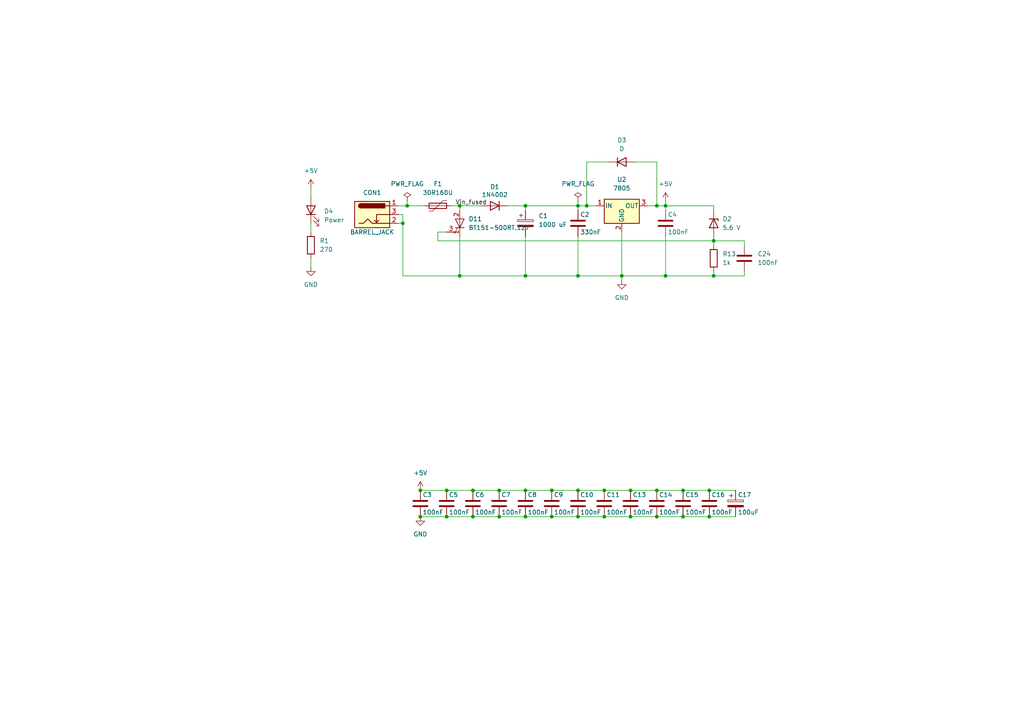
<source format=kicad_sch>
(kicad_sch (version 20230121) (generator eeschema)
  (paper "A4")
  (title_block (title "8088 Homemade Computer") (date "2024-11-16") (rev "1") (company "Copyright (C) 2016, 2024 <ppsilv@gmail.com>"))
  (lib_symbols
    (symbol "+5V_1" (power) (pin_names (offset 0))
      (property "Value" "+5V_1" (at 0 3.556 0))
      (symbol "+5V_1_0_1"
        (polyline (pts (xy -0.762 1.27) (xy 0 2.54)))
        (polyline (pts (xy 0 0) (xy 0 2.54)))
        (polyline (pts (xy 0 2.54) (xy 0.762 1.27)))
      )
      (symbol "+5V_1_1_1"
        (pin power_in line (at 0 0 90) (length 0) hide (name "+5V") (number "1"))
      )
    )
    (symbol "Connector:Barrel_Jack_Switch" (pin_names hide)
      (property "Reference" "J" (at 0 5.334 0))
      (property "Value" "Barrel_Jack_Switch" (at 0 -5.08 0))
      (symbol "Barrel_Jack_Switch_0_1"
        (rectangle (start -5.08 3.81) (end 5.08 -3.81) (stroke (width 0.254)) (fill (type background)))
        (arc (start -3.302 3.175) (mid -3.9342 2.54) (end -3.302 1.905) (stroke (width 0.254)))
        (arc (start -3.302 3.175) (mid -3.9342 2.54) (end -3.302 1.905) (stroke (width 0.254)) (fill (type outline)))
        (polyline (pts (xy 1.27 -2.286) (xy 1.905 -1.651)) (stroke (width 0.254)))
        (polyline (pts (xy 5.08 2.54) (xy 3.81 2.54)) (stroke (width 0.254)))
        (polyline (pts (xy 5.08 0) (xy 1.27 0) (xy 1.27 -2.286) (xy 0.635 -1.651)) (stroke (width 0.254)))
        (polyline (pts (xy -3.81 -2.54) (xy -2.54 -2.54) (xy -1.27 -1.27) (xy 0 -2.54) (xy 2.54 -2.54) (xy 5.08 -2.54)) (stroke (width 0.254)))
        (rectangle (start 3.683 3.175) (end -3.302 1.905) (stroke (width 0.254)) (fill (type outline)))
      )
      (symbol "Barrel_Jack_Switch_1_1"
        (pin passive line (at 7.62 2.54 180) (length 2.54) (name "~") (number "1"))
        (pin passive line (at 7.62 -2.54 180) (length 2.54) (name "~") (number "2"))
        (pin passive line (at 7.62 0 180) (length 2.54) (name "~") (number "3"))
      )
    )
    (symbol "Device:C" (pin_numbers hide) (pin_names (offset 0.254))
      (property "Reference" "C" (at 0.635 2.54 0))
      (property "Value" "C" (at 0.635 -2.54 0))
      (symbol "C_0_1"
        (polyline (pts (xy -2.032 -0.762) (xy 2.032 -0.762)) (stroke (width 0.508)))
        (polyline (pts (xy -2.032 0.762) (xy 2.032 0.762)) (stroke (width 0.508)))
      )
      (symbol "C_1_1"
        (pin passive line (at 0 3.81 270) (length 2.794) (name "~") (number "1"))
        (pin passive line (at 0 -3.81 90) (length 2.794) (name "~") (number "2"))
      )
    )
    (symbol "Device:C_Polarized" (pin_numbers hide) (pin_names (offset 0.254))
      (property "Reference" "C" (at 0.635 2.54 0))
      (property "Value" "C_Polarized" (at 0.635 -2.54 0))
      (symbol "C_Polarized_0_1"
        (rectangle (start -2.286 0.508) (end 2.286 1.016))
        (polyline (pts (xy -1.778 2.286) (xy -0.762 2.286)))
        (polyline (pts (xy -1.27 2.794) (xy -1.27 1.778)))
        (rectangle (start 2.286 -0.508) (end -2.286 -1.016) (fill (type outline)))
      )
      (symbol "C_Polarized_1_1"
        (pin passive line (at 0 3.81 270) (length 2.794) (name "~") (number "1"))
        (pin passive line (at 0 -3.81 90) (length 2.794) (name "~") (number "2"))
      )
    )
    (symbol "Device:D" (pin_numbers hide) (pin_names (offset 1.016) hide)
      (property "Reference" "D" (at 0 2.54 0))
      (property "Value" "D" (at 0 -2.54 0))
      (symbol "D_0_1"
        (polyline (pts (xy -1.27 1.27) (xy -1.27 -1.27)) (stroke (width 0.254)))
        (polyline (pts (xy 1.27 0) (xy -1.27 0)))
        (polyline (pts (xy 1.27 1.27) (xy 1.27 -1.27) (xy -1.27 0) (xy 1.27 1.27)) (stroke (width 0.254)))
      )
      (symbol "D_1_1"
        (pin passive line (at -3.81 0 0) (length 2.54) (name "K") (number "1"))
        (pin passive line (at 3.81 0 180) (length 2.54) (name "A") (number "2"))
      )
    )
    (symbol "Device:D_Zener" (pin_numbers hide) (pin_names (offset 1.016) hide)
      (property "Reference" "D" (at 0 2.54 0))
      (property "Value" "D_Zener" (at 0 -2.54 0))
      (symbol "D_Zener_0_1"
        (polyline (pts (xy 1.27 0) (xy -1.27 0)))
        (polyline (pts (xy -1.27 -1.27) (xy -1.27 1.27) (xy -0.762 1.27)) (stroke (width 0.254)))
        (polyline (pts (xy 1.27 -1.27) (xy 1.27 1.27) (xy -1.27 0) (xy 1.27 -1.27)) (stroke (width 0.254)))
      )
      (symbol "D_Zener_1_1"
        (pin passive line (at -3.81 0 0) (length 2.54) (name "K") (number "1"))
        (pin passive line (at 3.81 0 180) (length 2.54) (name "A") (number "2"))
      )
    )
    (symbol "Device:LED" (pin_numbers hide) (pin_names (offset 1.016) hide)
      (property "Reference" "D" (at 0 2.54 0))
      (property "Value" "LED" (at 0 -2.54 0))
      (symbol "LED_0_1"
        (polyline (pts (xy -1.27 -1.27) (xy -1.27 1.27)) (stroke (width 0.254)))
        (polyline (pts (xy -1.27 0) (xy 1.27 0)))
        (polyline (pts (xy 1.27 -1.27) (xy 1.27 1.27) (xy -1.27 0) (xy 1.27 -1.27)) (stroke (width 0.254)))
        (polyline (pts (xy -3.048 -0.762) (xy -4.572 -2.286) (xy -3.81 -2.286) (xy -4.572 -2.286) (xy -4.572 -1.524)))
        (polyline (pts (xy -1.778 -0.762) (xy -3.302 -2.286) (xy -2.54 -2.286) (xy -3.302 -2.286) (xy -3.302 -1.524)))
      )
      (symbol "LED_1_1"
        (pin passive line (at -3.81 0 0) (length 2.54) (name "K") (number "1"))
        (pin passive line (at 3.81 0 180) (length 2.54) (name "A") (number "2"))
      )
    )
    (symbol "Device:Polyfuse" (pin_numbers hide) (pin_names (offset 0))
      (property "Reference" "F" (at -2.54 0 90))
      (property "Value" "Polyfuse" (at 2.54 0 90))
      (symbol "Polyfuse_0_1"
        (rectangle (start -0.762 2.54) (end 0.762 -2.54) (stroke (width 0.254)))
        (polyline (pts (xy 0 2.54) (xy 0 -2.54)))
        (polyline (pts (xy -1.524 2.54) (xy -1.524 1.524) (xy 1.524 -1.524) (xy 1.524 -2.54)))
      )
      (symbol "Polyfuse_1_1"
        (pin passive line (at 0 3.81 270) (length 1.27) (name "~") (number "1"))
        (pin passive line (at 0 -3.81 90) (length 1.27) (name "~") (number "2"))
      )
    )
    (symbol "Device:Q_SCR_KAG" (pin_names (offset 0) hide)
      (property "Reference" "D" (at 1.905 0.635 0))
      (property "Value" "Q_SCR_KAG" (at 1.905 -1.27 0))
      (symbol "Q_SCR_KAG_0_1"
        (polyline (pts (xy -1.27 -2.54) (xy -0.635 -1.27)))
        (polyline (pts (xy -1.27 -1.27) (xy 1.27 -1.27)) (stroke (width 0.2032)))
        (polyline (pts (xy 0 -2.54) (xy 0 2.54)))
        (polyline (pts (xy -1.27 1.27) (xy 1.27 1.27) (xy 0 -1.27) (xy -1.27 1.27)) (stroke (width 0.2032)))
      )
      (symbol "Q_SCR_KAG_1_1"
        (pin passive line (at 0 -3.81 90) (length 2.54) (name "K") (number "1"))
        (pin passive line (at 0 3.81 270) (length 2.54) (name "A") (number "2"))
        (pin input line (at -3.81 -2.54 0) (length 2.54) (name "G") (number "3"))
      )
    )
    (symbol "Device:R" (pin_numbers hide) (pin_names (offset 0))
      (property "Reference" "R" (at 2.032 0 90))
      (property "Value" "R" (at 0 0 90))
      (symbol "R_0_1"
        (rectangle (start -1.016 -2.54) (end 1.016 2.54) (stroke (width 0.254)))
      )
      (symbol "R_1_1"
        (pin passive line (at 0 3.81 270) (length 1.27) (name "~") (number "1"))
        (pin passive line (at 0 -3.81 90) (length 1.27) (name "~") (number "2"))
      )
    )
    (symbol "Diode:1N4002" (pin_numbers hide) (pin_names hide)
      (property "Reference" "D" (at 0 2.54 0))
      (property "Value" "1N4002" (at 0 -2.54 0))
      (symbol "1N4002_0_1"
        (polyline (pts (xy -1.27 1.27) (xy -1.27 -1.27)) (stroke (width 0.254)))
        (polyline (pts (xy 1.27 0) (xy -1.27 0)))
        (polyline (pts (xy 1.27 1.27) (xy 1.27 -1.27) (xy -1.27 0) (xy 1.27 1.27)) (stroke (width 0.254)))
      )
      (symbol "1N4002_1_1"
        (pin passive line (at -3.81 0 0) (length 2.54) (name "K") (number "1"))
        (pin passive line (at 3.81 0 180) (length 2.54) (name "A") (number "2"))
      )
    )
    (symbol "GND_1" (power) (pin_names (offset 0))
      (property "Value" "GND_1" (at 0 -3.81 0))
      (symbol "GND_1_0_1"
        (polyline (pts (xy 0 0) (xy 0 -1.27) (xy 1.27 -1.27) (xy 0 -2.54) (xy -1.27 -1.27) (xy 0 -1.27)))
      )
      (symbol "GND_1_1_1"
        (pin power_in line (at 0 0 270) (length 0) hide (name "GND") (number "1"))
      )
    )
    (symbol "Regulator_Linear:L7805" (pin_names (offset 0.254))
      (property "Reference" "U" (at -3.81 3.175 0))
      (property "Value" "L7805" (at 0 3.175 0))
      (symbol "L7805_0_1"
        (rectangle (start -5.08 1.905) (end 5.08 -5.08) (stroke (width 0.254)) (fill (type background)))
      )
      (symbol "L7805_1_1"
        (pin power_in line (at -7.62 0 0) (length 2.54) (name "IN") (number "1"))
        (pin power_in line (at 0 -7.62 90) (length 2.54) (name "GND") (number "2"))
        (pin power_out line (at 7.62 0 180) (length 2.54) (name "OUT") (number "3"))
      )
    )
    (symbol "power:+5V" (power) (pin_names (offset 0))
      (property "Value" "+5V" (at 0 3.556 0))
      (symbol "+5V_0_1"
        (polyline (pts (xy -0.762 1.27) (xy 0 2.54)))
        (polyline (pts (xy 0 0) (xy 0 2.54)))
        (polyline (pts (xy 0 2.54) (xy 0.762 1.27)))
      )
      (symbol "+5V_1_1"
        (pin power_in line (at 0 0 90) (length 0) hide (name "+5V") (number "1"))
      )
    )
    (symbol "power:GND" (power) (pin_names (offset 0))
      (property "Value" "GND" (at 0 -3.81 0))
      (symbol "GND_0_1"
        (polyline (pts (xy 0 0) (xy 0 -1.27) (xy 1.27 -1.27) (xy 0 -2.54) (xy -1.27 -1.27) (xy 0 -1.27)))
      )
      (symbol "GND_1_1"
        (pin power_in line (at 0 0 270) (length 0) hide (name "GND") (number "1"))
      )
    )
    (symbol "power:PWR_FLAG" (power) (pin_numbers hide) (pin_names (offset 0) hide)
      (property "Value" "PWR_FLAG" (at 0 3.81 0))
      (symbol "PWR_FLAG_0_0"
        (pin power_out line (at 0 0 90) (length 0) (name "pwr") (number "1"))
      )
      (symbol "PWR_FLAG_0_1"
        (polyline (pts (xy 0 0) (xy 0 1.27) (xy -1.016 1.905) (xy 0 2.54) (xy 1.016 1.905) (xy 0 1.27)))
      )
    )
  )
  (junction (at 133.35 80.01))
  (junction (at 152.4 142.24))
  (junction (at 167.64 80.01))
  (junction (at 207.01 80.01))
  (junction (at 190.5 59.69))
  (junction (at 190.5 142.24))
  (junction (at 167.64 149.86))
  (junction (at 129.54 149.86))
  (junction (at 205.74 149.86))
  (junction (at 198.12 142.24))
  (junction (at 144.78 149.86))
  (junction (at 121.92 142.24))
  (junction (at 152.4 80.01))
  (junction (at 121.92 149.86))
  (junction (at 180.34 80.01))
  (junction (at 137.16 142.24))
  (junction (at 129.54 142.24))
  (junction (at 193.04 59.69))
  (junction (at 137.16 149.86))
  (junction (at 182.88 142.24))
  (junction (at 190.5 149.86))
  (junction (at 167.64 59.69))
  (junction (at 193.04 80.01))
  (junction (at 160.02 142.24))
  (junction (at 167.64 142.24))
  (junction (at 144.78 142.24))
  (junction (at 205.74 142.24))
  (junction (at 198.12 149.86))
  (junction (at 175.26 149.86))
  (junction (at 118.11 59.69))
  (junction (at 152.4 59.69))
  (junction (at 170.18 59.69))
  (junction (at 152.4 149.86))
  (junction (at 175.26 142.24))
  (junction (at 116.84 64.77))
  (junction (at 160.02 149.86))
  (junction (at 133.35 59.69))
  (junction (at 207.01 69.85))
  (junction (at 182.88 149.86))
  (wire (pts (xy 133.35 59.69) (xy 139.7 59.69)))
  (wire (pts (xy 133.35 80.01) (xy 152.4 80.01)))
  (wire (pts (xy 180.34 80.01) (xy 193.04 80.01)))
  (wire (pts (xy 129.54 142.24) (xy 137.16 142.24)))
  (wire (pts (xy 144.78 149.86) (xy 152.4 149.86)))
  (wire (pts (xy 116.84 62.23) (xy 116.84 64.77)))
  (wire (pts (xy 116.84 80.01) (xy 133.35 80.01)))
  (wire (pts (xy 193.04 59.69) (xy 193.04 58.42)))
  (wire (pts (xy 205.74 142.24) (xy 213.36 142.24)))
  (wire (pts (xy 167.64 149.86) (xy 175.26 149.86)))
  (wire (pts (xy 116.84 64.77) (xy 116.84 80.01)))
  (wire (pts (xy 127 67.31) (xy 129.54 67.31)))
  (wire (pts (xy 198.12 149.86) (xy 205.74 149.86)))
  (wire (pts (xy 118.11 59.69) (xy 115.57 59.69)))
  (wire (pts (xy 152.4 149.86) (xy 160.02 149.86)))
  (wire (pts (xy 167.64 80.01) (xy 167.64 68.58)))
  (wire (pts (xy 167.64 58.42) (xy 167.64 59.69)))
  (wire (pts (xy 90.17 64.77) (xy 90.17 67.31)))
  (wire (pts (xy 175.26 149.86) (xy 182.88 149.86)))
  (wire (pts (xy 160.02 142.24) (xy 167.64 142.24)))
  (wire (pts (xy 90.17 54.61) (xy 90.17 57.15)))
  (wire (pts (xy 182.88 142.24) (xy 190.5 142.24)))
  (wire (pts (xy 144.78 142.24) (xy 152.4 142.24)))
  (wire (pts (xy 205.74 149.86) (xy 213.36 149.86)))
  (wire (pts (xy 170.18 59.69) (xy 172.72 59.69)))
  (wire (pts (xy 190.5 59.69) (xy 193.04 59.69)))
  (wire (pts (xy 207.01 60.96) (xy 207.01 59.69)))
  (wire (pts (xy 137.16 149.86) (xy 144.78 149.86)))
  (wire (pts (xy 118.11 59.69) (xy 123.19 59.69)))
  (wire (pts (xy 133.35 60.96) (xy 133.35 59.69)))
  (wire (pts (xy 215.9 69.85) (xy 207.01 69.85)))
  (wire (pts (xy 160.02 149.86) (xy 167.64 149.86)))
  (wire (pts (xy 130.81 59.69) (xy 133.35 59.69)))
  (wire (pts (xy 187.96 59.69) (xy 190.5 59.69)))
  (wire (pts (xy 133.35 68.58) (xy 133.35 80.01)))
  (wire (pts (xy 152.4 59.69) (xy 152.4 60.96)))
  (wire (pts (xy 182.88 149.86) (xy 190.5 149.86)))
  (wire (pts (xy 176.53 46.99) (xy 170.18 46.99)))
  (wire (pts (xy 180.34 80.01) (xy 180.34 67.31)))
  (wire (pts (xy 180.34 80.01) (xy 180.34 81.28)))
  (wire (pts (xy 167.64 60.96) (xy 167.64 59.69)))
  (wire (pts (xy 90.17 74.93) (xy 90.17 77.47)))
  (wire (pts (xy 167.64 59.69) (xy 170.18 59.69)))
  (wire (pts (xy 215.9 80.01) (xy 207.01 80.01)))
  (wire (pts (xy 190.5 149.86) (xy 198.12 149.86)))
  (wire (pts (xy 215.9 78.74) (xy 215.9 80.01)))
  (wire (pts (xy 207.01 80.01) (xy 207.01 78.74)))
  (wire (pts (xy 118.11 59.69) (xy 118.11 58.42)))
  (wire (pts (xy 193.04 60.96) (xy 193.04 59.69)))
  (wire (pts (xy 121.92 149.86) (xy 129.54 149.86)))
  (wire (pts (xy 152.4 80.01) (xy 167.64 80.01)))
  (wire (pts (xy 129.54 149.86) (xy 137.16 149.86)))
  (wire (pts (xy 190.5 46.99) (xy 184.15 46.99)))
  (wire (pts (xy 175.26 142.24) (xy 182.88 142.24)))
  (wire (pts (xy 137.16 142.24) (xy 144.78 142.24)))
  (wire (pts (xy 152.4 59.69) (xy 167.64 59.69)))
  (wire (pts (xy 215.9 71.12) (xy 215.9 69.85)))
  (wire (pts (xy 193.04 80.01) (xy 193.04 68.58)))
  (wire (pts (xy 167.64 142.24) (xy 175.26 142.24)))
  (wire (pts (xy 127 69.85) (xy 127 67.31)))
  (wire (pts (xy 190.5 142.24) (xy 198.12 142.24)))
  (wire (pts (xy 127 69.85) (xy 207.01 69.85)))
  (wire (pts (xy 207.01 80.01) (xy 193.04 80.01)))
  (wire (pts (xy 152.4 142.24) (xy 160.02 142.24)))
  (wire (pts (xy 121.92 142.24) (xy 129.54 142.24)))
  (wire (pts (xy 116.84 64.77) (xy 115.57 64.77)))
  (wire (pts (xy 147.32 59.69) (xy 152.4 59.69)))
  (wire (pts (xy 115.57 62.23) (xy 116.84 62.23)))
  (wire (pts (xy 207.01 68.58) (xy 207.01 69.85)))
  (wire (pts (xy 152.4 68.58) (xy 152.4 80.01)))
  (wire (pts (xy 170.18 46.99) (xy 170.18 59.69)))
  (wire (pts (xy 207.01 59.69) (xy 193.04 59.69)))
  (wire (pts (xy 207.01 69.85) (xy 207.01 71.12)))
  (wire (pts (xy 198.12 142.24) (xy 205.74 142.24)))
  (wire (pts (xy 167.64 80.01) (xy 180.34 80.01)))
  (wire (pts (xy 190.5 59.69) (xy 190.5 46.99)))
  (label "Vin_fused" (at 132.08 59.69 0))
  (symbol (lib_id "Device:D_Zener") (at 207.01 64.77 270) (unit 1)
    (property "Reference" "D2" (at 209.55 63.4999 90) (effects (justify left)))
    (property "Value" "5.6 V" (at 209.55 66.0399 90) (effects (justify left)))
    (property "Footprint" "Diode_THT:D_DO-41_SOD81_P10.16mm_Horizontal" (effects hide))
  )
  (symbol (lib_id "Device:C") (at 182.88 146.05 0) (unit 1)
    (property "Reference" "C13" (at 183.515 143.51 0) (effects (justify left)))
    (property "Value" "100nF" (at 183.515 148.59 0) (effects (justify left)))
    (property "Footprint" "Capacitor_THT:C_Disc_D6.0mm_W2.5mm_P5.00mm" (effects hide))
  )
  (symbol (lib_id "Device:C") (at 152.4 146.05 0) (unit 1)
    (property "Reference" "C8" (at 153.035 143.51 0) (effects (justify left)))
    (property "Value" "100nF" (at 153.035 148.59 0) (effects (justify left)))
    (property "Footprint" "Capacitor_THT:C_Disc_D6.0mm_W2.5mm_P5.00mm" (effects hide))
  )
  (symbol (lib_id "power:+5V") (at 121.92 142.24 0) (unit 1)
    (property "Reference" "#PWR05" (effects hide))
    (property "Value" "+5V" (at 121.92 137.16 0))
  )
  (symbol (lib_id "Device:LED") (at 90.17 60.96 90) (unit 1)
    (property "Reference" "D4" (at 93.98 61.2774 90) (effects (justify right)))
    (property "Value" "Power" (at 93.98 63.8174 90) (effects (justify right)))
    (property "Footprint" "LED_THT:LED_D5.0mm" (effects hide))
  )
  (symbol (lib_id "Device:C") (at 198.12 146.05 0) (unit 1)
    (property "Reference" "C15" (at 198.755 143.51 0) (effects (justify left)))
    (property "Value" "100nF" (at 198.755 148.59 0) (effects (justify left)))
    (property "Footprint" "Capacitor_THT:C_Disc_D6.0mm_W2.5mm_P5.00mm" (effects hide))
  )
  (symbol (lib_id "Device:R") (at 207.01 74.93 0) (unit 1)
    (property "Reference" "R13" (at 209.55 73.6599 0) (effects (justify left)))
    (property "Value" "1k" (at 209.55 76.1999 0) (effects (justify left)))
    (property "Footprint" "Resistor_THT:R_Axial_DIN0207_L6.3mm_D2.5mm_P10.16mm_Horizontal" (effects hide))
  )
  (symbol (lib_id "Device:C") (at 121.92 146.05 0) (unit 1)
    (property "Reference" "C3" (at 122.555 143.51 0) (effects (justify left)))
    (property "Value" "100nF" (at 122.555 148.59 0) (effects (justify left)))
    (property "Footprint" "Capacitor_THT:C_Disc_D6.0mm_W2.5mm_P5.00mm" (effects hide))
  )
  (symbol (lib_id "Device:C") (at 167.64 146.05 0) (unit 1)
    (property "Reference" "C10" (at 168.275 143.51 0) (effects (justify left)))
    (property "Value" "100nF" (at 168.275 148.59 0) (effects (justify left)))
    (property "Footprint" "Capacitor_THT:C_Disc_D6.0mm_W2.5mm_P5.00mm" (effects hide))
  )
  (symbol (lib_id "Device:C") (at 190.5 146.05 0) (unit 1)
    (property "Reference" "C14" (at 191.135 143.51 0) (effects (justify left)))
    (property "Value" "100nF" (at 191.135 148.59 0) (effects (justify left)))
    (property "Footprint" "Capacitor_THT:C_Disc_D6.0mm_W2.5mm_P5.00mm" (effects hide))
  )
  (symbol (lib_id "Device:C") (at 175.26 146.05 0) (unit 1)
    (property "Reference" "C11" (at 175.895 143.51 0) (effects (justify left)))
    (property "Value" "100nF" (at 175.895 148.59 0) (effects (justify left)))
    (property "Footprint" "Capacitor_THT:C_Disc_D6.0mm_W2.5mm_P5.00mm" (effects hide))
  )
  (symbol (lib_id "power:+5V") (at 193.04 58.42 0) (unit 1)
    (property "Reference" "#PWR07" (effects hide))
    (property "Value" "+5V" (at 193.04 53.34 0))
  )
  (symbol (lib_id "Device:C") (at 215.9 74.93 0) (unit 1)
    (property "Reference" "C24" (at 219.71 73.6599 0) (effects (justify left)))
    (property "Value" "100nF" (at 219.71 76.1999 0) (effects (justify left)))
    (property "Footprint" "Capacitor_THT:C_Disc_D6.0mm_W2.5mm_P5.00mm" (effects hide))
  )
  (symbol (lib_id "Device:C") (at 129.54 146.05 0) (unit 1)
    (property "Reference" "C5" (at 130.175 143.51 0) (effects (justify left)))
    (property "Value" "100nF" (at 130.175 148.59 0) (effects (justify left)))
    (property "Footprint" "Capacitor_THT:C_Disc_D6.0mm_W2.5mm_P5.00mm" (effects hide))
  )
  (symbol (lib_id "power:PWR_FLAG") (at 167.64 58.42 0) (unit 1)
    (property "Reference" "#FLG02" (effects hide))
    (property "Value" "PWR_FLAG" (at 167.64 53.34 0))
  )
  (symbol (lib_id "Device:C") (at 193.04 64.77 0) (unit 1)
    (property "Reference" "C4" (at 193.675 62.23 0) (effects (justify left)))
    (property "Value" "100nF" (at 193.675 67.31 0) (effects (justify left)))
    (property "Footprint" "Capacitor_THT:C_Disc_D6.0mm_W2.5mm_P5.00mm" (effects hide))
  )
  (symbol (lib_id "power:GND") (at 180.34 81.28 0) (unit 1)
    (property "Reference" "#PWR04" (effects hide))
    (property "Value" "GND" (at 180.34 86.36 0))
  )
  (symbol (lib_id "power:PWR_FLAG") (at 118.11 58.42 0) (unit 1)
    (property "Reference" "#FLG01" (effects hide))
    (property "Value" "PWR_FLAG" (at 118.11 53.34 0))
  )
  (symbol (lib_id "Device:C_Polarized") (at 152.4 64.77 0) (unit 1)
    (property "Reference" "C1" (at 156.21 62.6109 0) (effects (justify left)))
    (property "Value" "1000 uF" (at 156.21 65.1509 0) (effects (justify left)))
    (property "Footprint" "Capacitor_THT:CP_Radial_D13.0mm_P5.00mm" (effects hide))
  )
  (symbol (lib_id "Connector:Barrel_Jack_Switch") (at 107.95 62.23 0) (unit 1)
    (property "Reference" "CON1" (at 107.95 55.88 0))
    (property "Value" "BARREL_JACK" (at 107.95 67.31 0))
    (property "Footprint" "Connector_BarrelJack:BarrelJack_Horizontal" (effects hide))
  )
  (symbol (lib_id "Regulator_Linear:L7805") (at 180.34 59.69 0) (unit 1)
    (property "Reference" "U2" (at 180.34 52.07 0))
    (property "Value" "7805" (at 180.34 54.61 0))
    (property "Footprint" "Package_TO_SOT_THT:TO-220-3_Vertical" (effects hide))
    (property "Datasheet" "http://www.st.com/content/ccc/resource/technical/document/datasheet/41/4f/b3/b0/12/d4/47/88/CD00000444.pdf/files/CD00000444.pdf/jcr:content/translations/en.CD00000444.pdf" (effects hide))
  )
  (symbol (lib_id "Device:R") (at 90.17 71.12 0) (unit 1)
    (property "Reference" "R1" (at 92.71 69.8499 0) (effects (justify left)))
    (property "Value" "270" (at 92.71 72.3899 0) (effects (justify left)))
    (property "Footprint" "Resistor_THT:R_Axial_DIN0207_L6.3mm_D2.5mm_P10.16mm_Horizontal" (effects hide))
  )
  (symbol (lib_id "Device:Q_SCR_KAG") (at 133.35 64.77 0) (unit 1)
    (property "Reference" "D11" (at 135.89 63.4999 0) (effects (justify left)))
    (property "Value" "BT151-500RT.127" (at 135.89 66.0399 0) (effects (justify left)))
    (property "Footprint" "Package_TO_SOT_THT:TO-220-3_Vertical" (effects hide))
  )
  (symbol (lib_name "GND_1") (lib_id "power:GND") (at 90.17 77.47 0) (unit 1)
    (property "Reference" "#PWR09" (effects hide))
    (property "Value" "GND" (at 90.17 82.55 0))
  )
  (symbol (lib_id "Device:C") (at 167.64 64.77 0) (unit 1)
    (property "Reference" "C2" (at 168.275 62.23 0) (effects (justify left)))
    (property "Value" "330nF" (at 168.275 67.31 0) (effects (justify left)))
    (property "Footprint" "Capacitor_THT:C_Disc_D6.0mm_W2.5mm_P5.00mm" (effects hide))
  )
  (symbol (lib_id "Device:C") (at 160.02 146.05 0) (unit 1)
    (property "Reference" "C9" (at 160.655 143.51 0) (effects (justify left)))
    (property "Value" "100nF" (at 160.655 148.59 0) (effects (justify left)))
    (property "Footprint" "Capacitor_THT:C_Disc_D6.0mm_W2.5mm_P5.00mm" (effects hide))
  )
  (symbol (lib_id "Device:C") (at 144.78 146.05 0) (unit 1)
    (property "Reference" "C7" (at 145.415 143.51 0) (effects (justify left)))
    (property "Value" "100nF" (at 145.415 148.59 0) (effects (justify left)))
    (property "Footprint" "Capacitor_THT:C_Disc_D6.0mm_W2.5mm_P5.00mm" (effects hide))
  )
  (symbol (lib_id "power:GND") (at 121.92 149.86 0) (unit 1)
    (property "Reference" "#PWR06" (effects hide))
    (property "Value" "GND" (at 121.92 154.94 0))
  )
  (symbol (lib_id "Device:C_Polarized") (at 213.36 146.05 0) (unit 1)
    (property "Reference" "C17" (at 213.995 143.51 0) (effects (justify left)))
    (property "Value" "100uF" (at 213.995 148.59 0) (effects (justify left)))
    (property "Footprint" "Capacitor_THT:CP_Radial_D5.0mm_P2.00mm" (effects hide))
  )
  (symbol (lib_id "Device:D") (at 180.34 46.99 0) (unit 1)
    (property "Reference" "D3" (at 180.34 40.64 0))
    (property "Value" "D" (at 180.34 43.18 0))
    (property "Footprint" "Diode_THT:D_DO-41_SOD81_P10.16mm_Horizontal" (effects hide))
  )
  (symbol (lib_id "Device:Polyfuse") (at 127 59.69 90) (unit 1)
    (property "Reference" "F1" (at 127 53.34 90))
    (property "Value" "30R160U" (at 127 55.88 90))
    (property "Footprint" "Fuse:Fuse_Littelfuse_395Series" (effects hide))
  )
  (symbol (lib_id "Device:C") (at 137.16 146.05 0) (unit 1)
    (property "Reference" "C6" (at 137.795 143.51 0) (effects (justify left)))
    (property "Value" "100nF" (at 137.795 148.59 0) (effects (justify left)))
    (property "Footprint" "Capacitor_THT:C_Disc_D6.0mm_W2.5mm_P5.00mm" (effects hide))
  )
  (symbol (lib_id "Device:C") (at 205.74 146.05 0) (unit 1)
    (property "Reference" "C16" (at 206.375 143.51 0) (effects (justify left)))
    (property "Value" "100nF" (at 206.375 148.59 0) (effects (justify left)))
    (property "Footprint" "Capacitor_THT:C_Disc_D6.0mm_W2.5mm_P5.00mm" (effects hide))
  )
  (symbol (lib_name "+5V_1") (lib_id "power:+5V") (at 90.17 54.61 0) (unit 1)
    (property "Reference" "#PWR08" (effects hide))
    (property "Value" "+5V" (at 90.17 49.53 0))
  )
  (symbol (lib_id "Diode:1N4002") (at 143.51 59.69 180) (unit 1)
    (property "Reference" "D1" (at 143.51 54.1782 0))
    (property "Value" "1N4002" (at 143.51 56.4896 0))
    (property "Footprint" "Diode_THT:D_DO-41_SOD81_P10.16mm_Horizontal" (effects hide))
    (property "Datasheet" "http://www.vishay.com/docs/88503/1n4001.pdf" (effects hide))
  )
)
</source>
